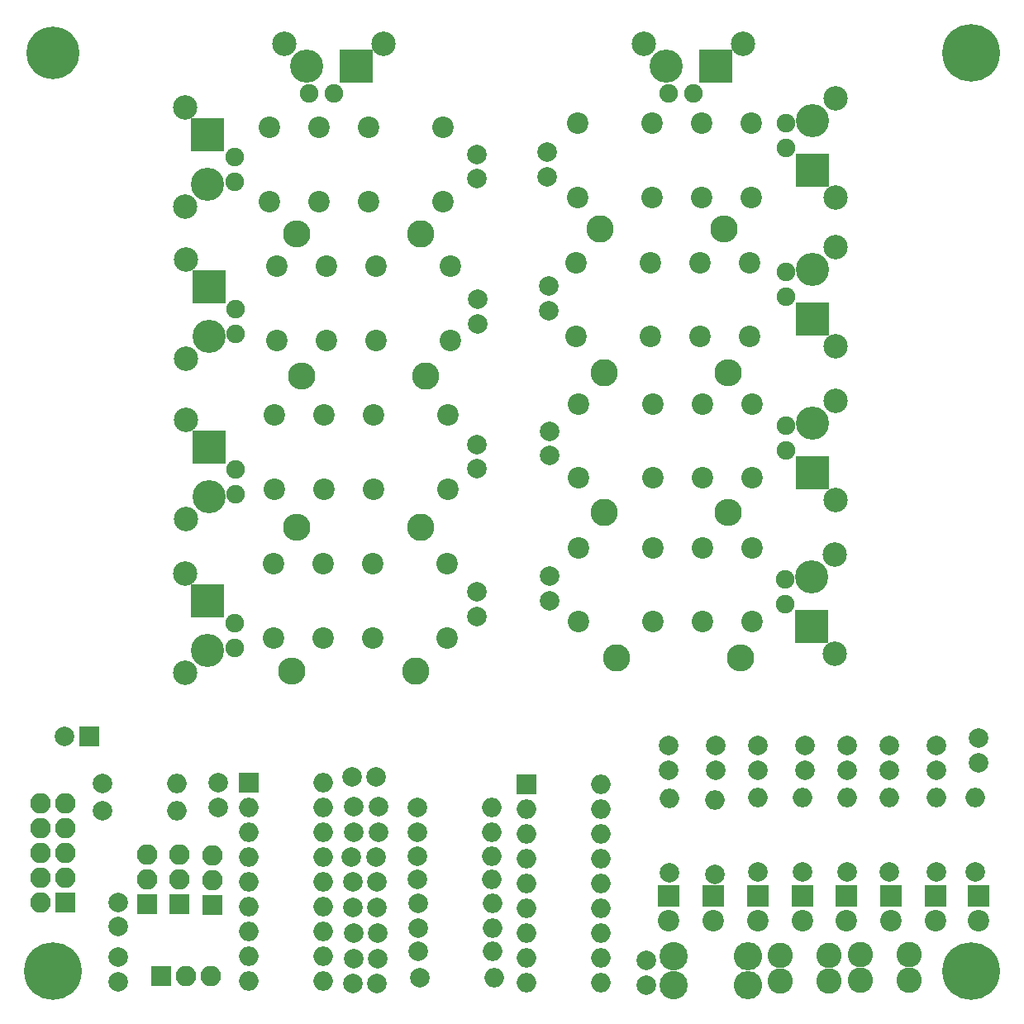
<source format=gbr>
G04 #@! TF.FileFunction,Soldermask,Bot*
%FSLAX46Y46*%
G04 Gerber Fmt 4.6, Leading zero omitted, Abs format (unit mm)*
G04 Created by KiCad (PCBNEW 4.0.7) date 04/07/19 18:39:03*
%MOMM*%
%LPD*%
G01*
G04 APERTURE LIST*
%ADD10C,0.100000*%
%ADD11C,1.900000*%
%ADD12C,2.500000*%
%ADD13R,3.400000X3.400000*%
%ADD14C,3.400000*%
%ADD15C,2.200000*%
%ADD16R,2.000000X2.000000*%
%ADD17O,2.000000X2.000000*%
%ADD18C,2.900000*%
%ADD19O,2.900000X2.900000*%
%ADD20R,2.200000X2.200000*%
%ADD21C,2.000000*%
%ADD22R,2.100000X2.100000*%
%ADD23O,2.100000X2.100000*%
%ADD24C,5.900000*%
%ADD25C,2.600000*%
%ADD26C,2.800000*%
%ADD27O,2.800000X2.800000*%
%ADD28C,5.400000*%
G04 APERTURE END LIST*
D10*
D11*
X71689000Y-79248000D03*
X71689000Y-81788000D03*
D12*
X66609000Y-84328000D03*
X66609000Y-74168000D03*
D13*
X68961000Y-76962000D03*
D14*
X68961000Y-82042000D03*
D15*
X86073000Y-82413000D03*
X75913000Y-82413000D03*
X80993000Y-82413000D03*
X80993000Y-74813000D03*
X86073000Y-74813000D03*
X75913000Y-74813000D03*
X93693000Y-82413000D03*
X93693000Y-74813000D03*
D16*
X73025000Y-127762000D03*
D17*
X80645000Y-148082000D03*
X73025000Y-130302000D03*
X80645000Y-145542000D03*
X73025000Y-132842000D03*
X80645000Y-143002000D03*
X73025000Y-135382000D03*
X80645000Y-140462000D03*
X73025000Y-137922000D03*
X80645000Y-137922000D03*
X73025000Y-140462000D03*
X80645000Y-135382000D03*
X73025000Y-143002000D03*
X80645000Y-132842000D03*
X73025000Y-145542000D03*
X80645000Y-130302000D03*
X73025000Y-148082000D03*
X80645000Y-127762000D03*
D18*
X116586000Y-145542000D03*
D19*
X124206000Y-145542000D03*
D20*
X138811000Y-139319000D03*
D15*
X138811000Y-141859000D03*
D20*
X125222000Y-139319000D03*
D15*
X125222000Y-141859000D03*
D21*
X143510000Y-136906000D03*
D17*
X143510000Y-129286000D03*
D20*
X120650000Y-139319000D03*
D15*
X120650000Y-141859000D03*
D16*
X101473000Y-127889000D03*
D17*
X109093000Y-148209000D03*
X101473000Y-130429000D03*
X109093000Y-145669000D03*
X101473000Y-132969000D03*
X109093000Y-143129000D03*
X101473000Y-135509000D03*
X109093000Y-140589000D03*
X101473000Y-138049000D03*
X109093000Y-138049000D03*
X101473000Y-140589000D03*
X109093000Y-135509000D03*
X101473000Y-143129000D03*
X109093000Y-132969000D03*
X101473000Y-145669000D03*
X109093000Y-130429000D03*
X101473000Y-148209000D03*
X109093000Y-127889000D03*
D21*
X116078000Y-123952000D03*
X116078000Y-126452000D03*
X120904000Y-123952000D03*
X120904000Y-126452000D03*
X125222000Y-123952000D03*
X125222000Y-126452000D03*
X130048000Y-123952000D03*
X130048000Y-126452000D03*
X134366000Y-123952000D03*
X134366000Y-126452000D03*
X138684000Y-123952000D03*
X138684000Y-126452000D03*
X143510000Y-123952000D03*
X143510000Y-126452000D03*
X147828000Y-123190000D03*
X147828000Y-125690000D03*
X69926200Y-130225800D03*
X69926200Y-127725800D03*
D22*
X69342000Y-140258800D03*
D23*
X69342000Y-137718800D03*
X69342000Y-135178800D03*
D22*
X65963800Y-140182600D03*
D23*
X65963800Y-137642600D03*
X65963800Y-135102600D03*
D22*
X62611000Y-140182600D03*
D23*
X62611000Y-137642600D03*
X62611000Y-135102600D03*
D24*
X53000000Y-147000000D03*
X147002500Y-147002500D03*
D20*
X129794000Y-139319000D03*
D15*
X129794000Y-141859000D03*
D20*
X134239000Y-139319000D03*
D15*
X134239000Y-141859000D03*
D20*
X143383000Y-139319000D03*
D15*
X143383000Y-141859000D03*
D20*
X147828000Y-139319000D03*
D15*
X147828000Y-141859000D03*
D21*
X116141500Y-136969500D03*
D17*
X116141500Y-129349500D03*
D21*
X120777000Y-137160000D03*
D17*
X120777000Y-129540000D03*
D21*
X125222000Y-136906000D03*
D17*
X125222000Y-129286000D03*
D21*
X129794000Y-136906000D03*
D17*
X129794000Y-129286000D03*
D21*
X134366000Y-136906000D03*
D17*
X134366000Y-129286000D03*
D21*
X138684000Y-136906000D03*
D17*
X138684000Y-129286000D03*
D21*
X147447000Y-136906000D03*
D17*
X147447000Y-129286000D03*
D21*
X86106000Y-127152400D03*
X83606000Y-127152400D03*
X90297000Y-130302000D03*
D17*
X97917000Y-130302000D03*
D21*
X90297000Y-132842000D03*
D17*
X97917000Y-132842000D03*
D21*
X90297000Y-135255000D03*
D17*
X97917000Y-135255000D03*
D21*
X90297000Y-137668000D03*
D17*
X97917000Y-137668000D03*
D21*
X90424000Y-140081000D03*
D17*
X98044000Y-140081000D03*
D21*
X90424000Y-142621000D03*
D17*
X98044000Y-142621000D03*
D21*
X90424000Y-145034000D03*
D17*
X98044000Y-145034000D03*
D21*
X90551000Y-147701000D03*
D17*
X98171000Y-147701000D03*
D20*
X116078000Y-139319000D03*
D15*
X116078000Y-141859000D03*
D21*
X83820000Y-130175000D03*
X86320000Y-130175000D03*
X83820000Y-132842000D03*
X86320000Y-132842000D03*
X83566000Y-135382000D03*
X86066000Y-135382000D03*
X83693000Y-137922000D03*
X86193000Y-137922000D03*
X83693000Y-140525500D03*
X86193000Y-140525500D03*
X83756500Y-143129000D03*
X86256500Y-143129000D03*
X83756500Y-145796000D03*
X86256500Y-145796000D03*
X83693000Y-148272500D03*
X86193000Y-148272500D03*
D18*
X116586000Y-148463000D03*
D19*
X124206000Y-148463000D03*
D21*
X59664600Y-148132800D03*
X59664600Y-145632800D03*
X59690000Y-142494000D03*
X59690000Y-139994000D03*
D22*
X54203600Y-140035280D03*
D23*
X51663600Y-140035280D03*
X54203600Y-137495280D03*
X51663600Y-137495280D03*
X54203600Y-134955280D03*
X51663600Y-134955280D03*
X54203600Y-132415280D03*
X51663600Y-132415280D03*
X54203600Y-129875280D03*
X51663600Y-129875280D03*
D21*
X103759000Y-79375000D03*
X103759000Y-76875000D03*
X103886000Y-94234000D03*
X103886000Y-91734000D03*
X103886000Y-109093000D03*
X103886000Y-106593000D03*
X103632000Y-65659000D03*
X103632000Y-63159000D03*
X96393000Y-108204000D03*
X96393000Y-110704000D03*
X96393000Y-93091000D03*
X96393000Y-95591000D03*
X96520000Y-78232000D03*
X96520000Y-80732000D03*
X96393000Y-63373000D03*
X96393000Y-65873000D03*
D16*
X56657240Y-123027440D03*
D21*
X54157240Y-123027440D03*
D25*
X127508000Y-148005800D03*
X132508000Y-148005800D03*
X140665200Y-147980400D03*
X135665200Y-147980400D03*
D22*
X64068960Y-147579080D03*
D23*
X66608960Y-147579080D03*
X69148960Y-147579080D03*
D21*
X113792000Y-148437600D03*
X113792000Y-145937600D03*
D25*
X127467360Y-145409920D03*
X132467360Y-145409920D03*
X140655040Y-145348960D03*
X135655040Y-145348960D03*
D24*
X147000000Y-53000000D03*
D21*
X58059320Y-127825500D03*
D17*
X65679320Y-127825500D03*
D21*
X58087260Y-130647440D03*
D17*
X65707260Y-130647440D03*
D26*
X90678000Y-71501000D03*
D27*
X77978000Y-71501000D03*
D26*
X91186000Y-86106000D03*
D27*
X78486000Y-86106000D03*
D26*
X90678000Y-101600000D03*
D27*
X77978000Y-101600000D03*
D26*
X90170000Y-116332000D03*
D27*
X77470000Y-116332000D03*
D26*
X110744000Y-114935000D03*
D27*
X123444000Y-114935000D03*
D26*
X109474000Y-100076000D03*
D27*
X122174000Y-100076000D03*
D26*
X109474000Y-85725000D03*
D27*
X122174000Y-85725000D03*
D15*
X85311000Y-68189000D03*
X75151000Y-68189000D03*
X80231000Y-68189000D03*
X80231000Y-60589000D03*
X85311000Y-60589000D03*
X75151000Y-60589000D03*
X92931000Y-68189000D03*
X92931000Y-60589000D03*
X85819000Y-97653000D03*
X75659000Y-97653000D03*
X80739000Y-97653000D03*
X80739000Y-90053000D03*
X85819000Y-90053000D03*
X75659000Y-90053000D03*
X93439000Y-97653000D03*
X93439000Y-90053000D03*
X85704700Y-112880300D03*
X75544700Y-112880300D03*
X80624700Y-112880300D03*
X80624700Y-105280300D03*
X85704700Y-105280300D03*
X75544700Y-105280300D03*
X93324700Y-112880300D03*
X93324700Y-105280300D03*
X114460000Y-103642000D03*
X124620000Y-103642000D03*
X119540000Y-103642000D03*
X119540000Y-111242000D03*
X114460000Y-111242000D03*
X124620000Y-111242000D03*
X106840000Y-103642000D03*
X106840000Y-111242000D03*
X114460000Y-88910000D03*
X124620000Y-88910000D03*
X119540000Y-88910000D03*
X119540000Y-96510000D03*
X114460000Y-96510000D03*
X124620000Y-96510000D03*
X106840000Y-88910000D03*
X106840000Y-96510000D03*
X114206000Y-74432000D03*
X124366000Y-74432000D03*
X119286000Y-74432000D03*
X119286000Y-82032000D03*
X114206000Y-82032000D03*
X124366000Y-82032000D03*
X106586000Y-74432000D03*
X106586000Y-82032000D03*
X114317760Y-60182600D03*
X124477760Y-60182600D03*
X119397760Y-60182600D03*
X119397760Y-67782600D03*
X114317760Y-67782600D03*
X124477760Y-67782600D03*
X106697760Y-60182600D03*
X106697760Y-67782600D03*
D11*
X81788000Y-57084000D03*
X79248000Y-57084000D03*
D12*
X76708000Y-52004000D03*
X86868000Y-52004000D03*
D13*
X84074000Y-54356000D03*
D14*
X78994000Y-54356000D03*
D11*
X71562000Y-63627000D03*
X71562000Y-66167000D03*
D12*
X66482000Y-68707000D03*
X66482000Y-58547000D03*
D13*
X68834000Y-61341000D03*
D14*
X68834000Y-66421000D03*
D11*
X71689000Y-95631000D03*
X71689000Y-98171000D03*
D12*
X66609000Y-100711000D03*
X66609000Y-90551000D03*
D13*
X68961000Y-93345000D03*
D14*
X68961000Y-98425000D03*
D11*
X71562000Y-111379000D03*
X71562000Y-113919000D03*
D12*
X66482000Y-116459000D03*
X66482000Y-106299000D03*
D13*
X68834000Y-109093000D03*
D14*
X68834000Y-114173000D03*
D11*
X118618000Y-57084000D03*
X116078000Y-57084000D03*
D12*
X113538000Y-52004000D03*
X123698000Y-52004000D03*
D13*
X120904000Y-54356000D03*
D14*
X115824000Y-54356000D03*
D11*
X127980400Y-109474000D03*
X127980400Y-106934000D03*
D12*
X133060400Y-104394000D03*
X133060400Y-114554000D03*
D13*
X130708400Y-111760000D03*
D14*
X130708400Y-106680000D03*
D11*
X128082000Y-93726000D03*
X128082000Y-91186000D03*
D12*
X133162000Y-88646000D03*
X133162000Y-98806000D03*
D13*
X130810000Y-96012000D03*
D14*
X130810000Y-90932000D03*
D11*
X128082000Y-77978000D03*
X128082000Y-75438000D03*
D12*
X133162000Y-72898000D03*
X133162000Y-83058000D03*
D13*
X130810000Y-80264000D03*
D14*
X130810000Y-75184000D03*
D11*
X128082000Y-62738000D03*
X128082000Y-60198000D03*
D12*
X133162000Y-57658000D03*
X133162000Y-67818000D03*
D13*
X130810000Y-65024000D03*
D14*
X130810000Y-59944000D03*
D28*
X53000000Y-53000000D03*
D26*
X109021880Y-70967600D03*
D27*
X121721880Y-70967600D03*
M02*

</source>
